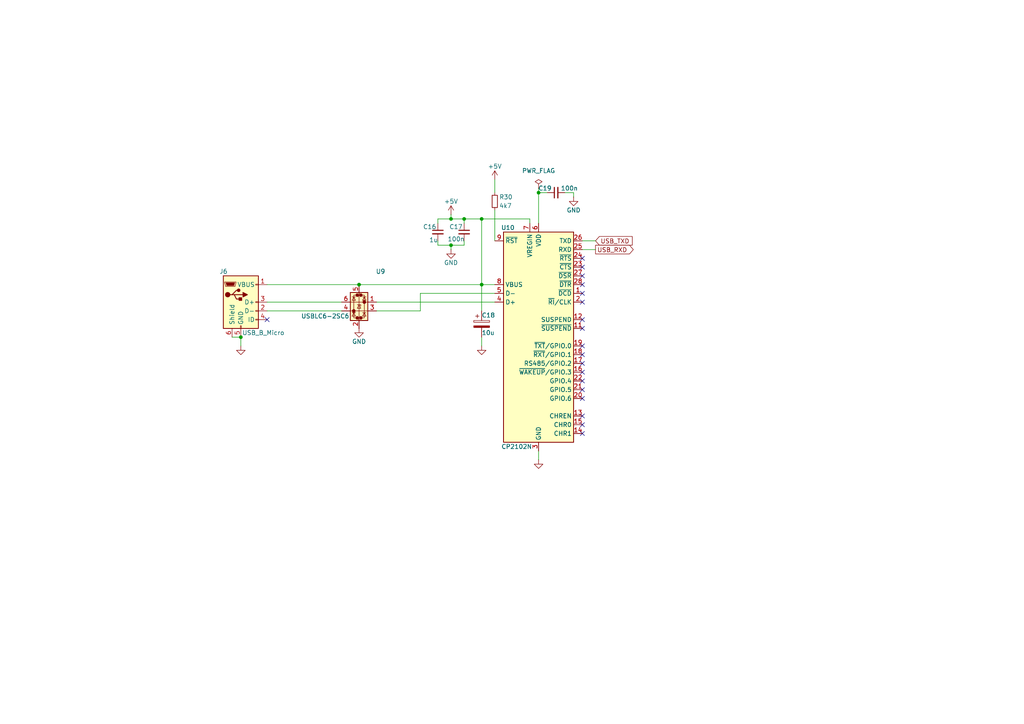
<source format=kicad_sch>
(kicad_sch (version 20250114) (generator "eeschema") (generator_version "9.0")
  (paper "A4")
  (title_block (title "Logic IC tester / USB bus") (date "2025-04-16") (rev "3.0") (company "https://mera400.pl"))
  (lib_symbols
    (symbol "Connector:USB_B_Micro" (pin_names (offset 1.016))
      (property "Reference" "J" (at -5.08 11.43 0))
      (property "Value" "USB_B_Micro" (at -5.08 8.89 0))
      (symbol "USB_B_Micro_0_1"
        (rectangle (start -5.08 -7.62) (end 5.08 7.62) (stroke (width 0.254)) (fill (type background)))
        (polyline (pts (xy -4.699 5.842) (xy -4.699 5.588) (xy -4.445 4.826) (xy -4.445 4.572) (xy -1.651 4.572) (xy -1.651 4.826) (xy -1.397 5.588) (xy -1.397 5.842) (xy -4.699 5.842)))
        (polyline (pts (xy -4.318 5.588) (xy -1.778 5.588) (xy -2.032 4.826) (xy -4.064 4.826) (xy -4.318 5.588)) (fill (type outline)))
        (circle (center -3.81 2.159) (radius 0.635) (stroke (width 0.254)) (fill (type outline)))
        (polyline (pts (xy -3.175 2.159) (xy -2.54 2.159) (xy -1.27 3.429) (xy -0.635 3.429)) (stroke (width 0.254)))
        (polyline (pts (xy -2.54 2.159) (xy -1.905 2.159) (xy -1.27 0.889) (xy 0 0.889)) (stroke (width 0.254)))
        (polyline (pts (xy -1.905 2.159) (xy 0.635 2.159)) (stroke (width 0.254)))
        (circle (center -0.635 3.429) (radius 0.381) (stroke (width 0.254)) (fill (type outline)))
        (rectangle (start -0.127 -7.62) (end 0.127 -6.858))
        (rectangle (start 0.254 1.27) (end -0.508 0.508) (stroke (width 0.254)) (fill (type outline)))
        (polyline (pts (xy 0.635 2.794) (xy 0.635 1.524) (xy 1.905 2.159) (xy 0.635 2.794)) (stroke (width 0.254)) (fill (type outline)))
        (rectangle (start 5.08 4.953) (end 4.318 5.207))
        (rectangle (start 5.08 -0.127) (end 4.318 0.127))
        (rectangle (start 5.08 -2.667) (end 4.318 -2.413))
        (rectangle (start 5.08 -5.207) (end 4.318 -4.953))
      )
      (symbol "USB_B_Micro_1_1"
        (pin passive line (at -2.54 -10.16 90) (length 2.54) (name "Shield") (number "6"))
        (pin power_out line (at 0 -10.16 90) (length 2.54) (name "GND") (number "5"))
        (pin power_out line (at 7.62 5.08 180) (length 2.54) (name "VBUS") (number "1"))
        (pin bidirectional line (at 7.62 0 180) (length 2.54) (name "D+") (number "3"))
        (pin bidirectional line (at 7.62 -2.54 180) (length 2.54) (name "D-") (number "2"))
        (pin passive line (at 7.62 -5.08 180) (length 2.54) (name "ID") (number "4"))
      )
    )
    (symbol "Device:C_Polarized" (pin_numbers (hide yes)) (pin_names (offset 0.254))
      (property "Reference" "C" (at 0.635 2.54 0))
      (property "Value" "C_Polarized" (at 0.635 -2.54 0))
      (symbol "C_Polarized_0_1"
        (rectangle (start -2.286 0.508) (end 2.286 1.016))
        (polyline (pts (xy -1.778 2.286) (xy -0.762 2.286)))
        (polyline (pts (xy -1.27 2.794) (xy -1.27 1.778)))
        (rectangle (start 2.286 -0.508) (end -2.286 -1.016) (fill (type outline)))
      )
      (symbol "C_Polarized_1_1"
        (pin passive line (at 0 3.81 270) (length 2.794) (name "~") (number "1"))
        (pin passive line (at 0 -3.81 90) (length 2.794) (name "~") (number "2"))
      )
    )
    (symbol "Device:C_Small" (pin_numbers (hide yes)) (pin_names (offset 0.254) (hide yes))
      (property "Reference" "C" (at 0.254 1.778 0))
      (property "Value" "C_Small" (at 0.254 -2.032 0))
      (symbol "C_Small_0_1"
        (polyline (pts (xy -1.524 0.508) (xy 1.524 0.508)) (stroke (width 0.3048)))
        (polyline (pts (xy -1.524 -0.508) (xy 1.524 -0.508)) (stroke (width 0.3302)))
      )
      (symbol "C_Small_1_1"
        (pin passive line (at 0 2.54 270) (length 2.032) (name "~") (number "1"))
        (pin passive line (at 0 -2.54 90) (length 2.032) (name "~") (number "2"))
      )
    )
    (symbol "Device:R_Small" (pin_numbers (hide yes)) (pin_names (offset 0.254) (hide yes))
      (property "Reference" "R" (at 0.762 0.508 0))
      (property "Value" "R_Small" (at 0.762 -1.016 0))
      (symbol "R_Small_0_1"
        (rectangle (start -0.762 1.778) (end 0.762 -1.778) (stroke (width 0.2032)))
      )
      (symbol "R_Small_1_1"
        (pin passive line (at 0 2.54 270) (length 0.762) (name "~") (number "1"))
        (pin passive line (at 0 -2.54 90) (length 0.762) (name "~") (number "2"))
      )
    )
    (symbol "Interface_USB:CP2102N-Axx-xQFN28"
      (property "Reference" "U" (at -8.89 31.75 0))
      (property "Value" "CP2102N-Axx-xQFN28" (at 12.7 31.75 0))
      (symbol "CP2102N-Axx-xQFN28_0_1"
        (rectangle (start -10.16 30.48) (end 10.16 -30.48) (stroke (width 0.254)) (fill (type background)))
      )
      (symbol "CP2102N-Axx-xQFN28_1_1"
        (pin input line (at -12.7 27.94 0) (length 2.54) (name "~{RST}") (number "9"))
        (pin input line (at -12.7 15.24 0) (length 2.54) (name "VBUS") (number "8"))
        (pin bidirectional line (at -12.7 12.7 0) (length 2.54) (name "D-") (number "5"))
        (pin bidirectional line (at -12.7 10.16 0) (length 2.54) (name "D+") (number "4"))
        (pin no_connect line (at -10.16 -27.94 0) (length 2.54) (hide yes) (name "NC") (number "10"))
        (pin power_in line (at -2.54 33.02 270) (length 2.54) (name "VREGIN") (number "7"))
        (pin power_in line (at 0 33.02 270) (length 2.54) (name "VDD") (number "6"))
        (pin passive line (at 0 -33.02 90) (length 2.54) (hide yes) (name "GND") (number "29"))
        (pin power_in line (at 0 -33.02 90) (length 2.54) (name "GND") (number "3"))
        (pin output line (at 12.7 27.94 180) (length 2.54) (name "TXD") (number "26"))
        (pin input line (at 12.7 25.4 180) (length 2.54) (name "RXD") (number "25"))
        (pin output line (at 12.7 22.86 180) (length 2.54) (name "~{RTS}") (number "24"))
        (pin input line (at 12.7 20.32 180) (length 2.54) (name "~{CTS}") (number "23"))
        (pin input line (at 12.7 17.78 180) (length 2.54) (name "~{DSR}") (number "27"))
        (pin output line (at 12.7 15.24 180) (length 2.54) (name "~{DTR}") (number "28"))
        (pin input line (at 12.7 12.7 180) (length 2.54) (name "~{DCD}") (number "1"))
        (pin bidirectional line (at 12.7 10.16 180) (length 2.54) (name "~{RI}/CLK") (number "2"))
        (pin output line (at 12.7 5.08 180) (length 2.54) (name "SUSPEND") (number "12"))
        (pin output line (at 12.7 2.54 180) (length 2.54) (name "~{SUSPEND}") (number "11"))
        (pin bidirectional line (at 12.7 -2.54 180) (length 2.54) (name "~{TXT}/GPIO.0") (number "19"))
        (pin bidirectional line (at 12.7 -5.08 180) (length 2.54) (name "~{RXT}/GPIO.1") (number "18"))
        (pin bidirectional line (at 12.7 -7.62 180) (length 2.54) (name "RS485/GPIO.2") (number "17"))
        (pin bidirectional line (at 12.7 -10.16 180) (length 2.54) (name "~{WAKEUP}/GPIO.3") (number "16"))
        (pin bidirectional line (at 12.7 -12.7 180) (length 2.54) (name "GPIO.4") (number "22"))
        (pin bidirectional line (at 12.7 -15.24 180) (length 2.54) (name "GPIO.5") (number "21"))
        (pin bidirectional line (at 12.7 -17.78 180) (length 2.54) (name "GPIO.6") (number "20"))
        (pin output line (at 12.7 -22.86 180) (length 2.54) (name "CHREN") (number "13"))
        (pin output line (at 12.7 -25.4 180) (length 2.54) (name "CHR0") (number "15"))
        (pin output line (at 12.7 -27.94 180) (length 2.54) (name "CHR1") (number "14"))
      )
    )
    (symbol "Power_Protection:USBLC6-2SC6" (pin_names (hide yes))
      (property "Reference" "U" (at 0.635 5.715 0))
      (property "Value" "USBLC6-2SC6" (at 0.635 3.81 0))
      (symbol "USBLC6-2SC6_0_0"
        (circle (center -1.524 0) (radius 0.0001) (stroke (width 0.508)))
        (circle (center -0.508 2.032) (radius 0.0001) (stroke (width 0.508)))
        (circle (center -0.508 -4.572) (radius 0.0001) (stroke (width 0.508)))
        (circle (center 0.508 2.032) (radius 0.0001) (stroke (width 0.508)))
        (circle (center 0.508 -4.572) (radius 0.0001) (stroke (width 0.508)))
        (circle (center 1.524 -2.54) (radius 0.0001) (stroke (width 0.508)))
      )
      (symbol "USBLC6-2SC6_0_1"
        (polyline (pts (xy -2.54 0) (xy 2.54 0)))
        (polyline (pts (xy -2.54 -2.54) (xy 2.54 -2.54)))
        (polyline (pts (xy -2.032 0.508) (xy -1.016 0.508) (xy -1.524 1.524) (xy -2.032 0.508)))
        (polyline (pts (xy -2.032 -3.048) (xy -1.016 -3.048)))
        (polyline (pts (xy -1.016 1.524) (xy -2.032 1.524)))
        (polyline (pts (xy -1.016 -4.064) (xy -2.032 -4.064) (xy -1.524 -3.048) (xy -1.016 -4.064)))
        (polyline (pts (xy -0.508 -1.143) (xy -0.508 -0.762) (xy 0.508 -0.762)))
        (polyline (pts (xy 0 2.54) (xy -0.508 2.032) (xy 0.508 2.032) (xy 0 1.524) (xy 0 -4.064) (xy -0.508 -4.572) (xy 0.508 -4.572) (xy 0 -5.08)))
        (polyline (pts (xy 0.508 -1.778) (xy -0.508 -1.778) (xy 0 -0.762) (xy 0.508 -1.778)))
        (polyline (pts (xy 1.016 1.524) (xy 2.032 1.524)))
        (polyline (pts (xy 1.016 -3.048) (xy 2.032 -3.048)))
        (polyline (pts (xy 2.032 0.508) (xy 1.016 0.508) (xy 1.524 1.524) (xy 2.032 0.508)))
        (polyline (pts (xy 2.032 -4.064) (xy 1.016 -4.064) (xy 1.524 -3.048) (xy 2.032 -4.064)))
      )
      (symbol "USBLC6-2SC6_1_1"
        (rectangle (start -2.54 2.794) (end 2.54 -5.334) (stroke (width 0.254)) (fill (type background)))
        (polyline (pts (xy -0.508 2.032) (xy -1.524 2.032) (xy -1.524 -4.572) (xy -0.508 -4.572)))
        (polyline (pts (xy 0.508 -4.572) (xy 1.524 -4.572) (xy 1.524 2.032) (xy 0.508 2.032)))
        (pin passive line (at -5.08 0 0) (length 2.54) (name "I/O1") (number "1"))
        (pin passive line (at -5.08 -2.54 0) (length 2.54) (name "I/O2") (number "3"))
        (pin passive line (at 0 5.08 270) (length 2.54) (name "VBUS") (number "5"))
        (pin passive line (at 0 -7.62 90) (length 2.54) (name "GND") (number "2"))
        (pin passive line (at 5.08 0 180) (length 2.54) (name "I/O1") (number "6"))
        (pin passive line (at 5.08 -2.54 180) (length 2.54) (name "I/O2") (number "4"))
      )
    )
    (symbol "power:+5V" (power) (pin_numbers (hide yes)) (pin_names (offset 0) (hide yes))
      (property "Value" "+5V" (at 0 3.556 0))
      (symbol "+5V_0_1"
        (polyline (pts (xy -0.762 1.27) (xy 0 2.54)))
        (polyline (pts (xy 0 2.54) (xy 0.762 1.27)))
        (polyline (pts (xy 0 0) (xy 0 2.54)))
      )
      (symbol "+5V_1_1"
        (pin power_in line (at 0 0 90) (length 0) (name "~") (number "1"))
      )
    )
    (symbol "power:GND" (power) (pin_numbers (hide yes)) (pin_names (offset 0) (hide yes))
      (property "Value" "GND" (at 0 -3.81 0))
      (symbol "GND_0_1"
        (polyline (pts (xy 0 0) (xy 0 -1.27) (xy 1.27 -1.27) (xy 0 -2.54) (xy -1.27 -1.27) (xy 0 -1.27)))
      )
      (symbol "GND_1_1"
        (pin power_in line (at 0 0 270) (length 0) (name "~") (number "1"))
      )
    )
    (symbol "power:PWR_FLAG" (power) (pin_numbers (hide yes)) (pin_names (offset 0) (hide yes))
      (property "Value" "PWR_FLAG" (at 0 3.81 0))
      (symbol "PWR_FLAG_0_0"
        (pin power_out line (at 0 0 90) (length 0) (name "~") (number "1"))
      )
      (symbol "PWR_FLAG_0_1"
        (polyline (pts (xy 0 0) (xy 0 1.27) (xy -1.016 1.905) (xy 0 2.54) (xy 1.016 1.905) (xy 0 1.27)))
      )
    )
  )
  (junction (at 104.14 82.55))
  (junction (at 130.81 63.5))
  (junction (at 134.62 63.5))
  (junction (at 139.7 63.5))
  (junction (at 130.81 71.12))
  (junction (at 69.85 97.79))
  (junction (at 156.21 55.88))
  (junction (at 139.7 82.55))
  (no_connect (at 168.91 82.55))
  (no_connect (at 168.91 87.63))
  (no_connect (at 168.91 115.57))
  (no_connect (at 168.91 105.41))
  (no_connect (at 168.91 113.03))
  (no_connect (at 168.91 100.33))
  (no_connect (at 168.91 107.95))
  (no_connect (at 77.47 92.71))
  (no_connect (at 168.91 95.25))
  (no_connect (at 168.91 110.49))
  (no_connect (at 168.91 74.93))
  (no_connect (at 168.91 123.19))
  (no_connect (at 168.91 85.09))
  (no_connect (at 168.91 125.73))
  (no_connect (at 168.91 92.71))
  (no_connect (at 168.91 102.87))
  (no_connect (at 168.91 120.65))
  (no_connect (at 168.91 77.47))
  (no_connect (at 168.91 80.01))
  (wire (pts (xy 130.81 71.12) (xy 134.62 71.12)))
  (wire (pts (xy 127 69.85) (xy 127 71.12)))
  (wire (pts (xy 127 64.77) (xy 127 63.5)))
  (wire (pts (xy 143.51 85.09) (xy 121.92 85.09)))
  (wire (pts (xy 156.21 133.35) (xy 156.21 130.81)))
  (wire (pts (xy 121.92 85.09) (xy 121.92 90.17)))
  (wire (pts (xy 134.62 63.5) (xy 134.62 64.77)))
  (wire (pts (xy 168.91 69.85) (xy 172.72 69.85)))
  (wire (pts (xy 139.7 97.79) (xy 139.7 100.33)))
  (wire (pts (xy 156.21 55.88) (xy 156.21 64.77)))
  (wire (pts (xy 127 63.5) (xy 130.81 63.5)))
  (wire (pts (xy 77.47 90.17) (xy 99.06 90.17)))
  (wire (pts (xy 77.47 87.63) (xy 99.06 87.63)))
  (wire (pts (xy 69.85 97.79) (xy 69.85 100.33)))
  (wire (pts (xy 158.75 55.88) (xy 156.21 55.88)))
  (wire (pts (xy 77.47 82.55) (xy 104.14 82.55)))
  (wire (pts (xy 139.7 82.55) (xy 139.7 90.17)))
  (wire (pts (xy 143.51 52.07) (xy 143.51 55.88)))
  (wire (pts (xy 109.22 90.17) (xy 121.92 90.17)))
  (wire (pts (xy 134.62 63.5) (xy 139.7 63.5)))
  (wire (pts (xy 139.7 82.55) (xy 143.51 82.55)))
  (wire (pts (xy 130.81 62.23) (xy 130.81 63.5)))
  (wire (pts (xy 134.62 71.12) (xy 134.62 69.85)))
  (wire (pts (xy 156.21 54.61) (xy 156.21 55.88)))
  (wire (pts (xy 153.67 63.5) (xy 139.7 63.5)))
  (wire (pts (xy 109.22 87.63) (xy 143.51 87.63)))
  (wire (pts (xy 130.81 71.12) (xy 130.81 72.39)))
  (wire (pts (xy 104.14 82.55) (xy 139.7 82.55)))
  (wire (pts (xy 143.51 60.96) (xy 143.51 69.85)))
  (wire (pts (xy 67.31 97.79) (xy 69.85 97.79)))
  (wire (pts (xy 163.83 55.88) (xy 166.37 55.88)))
  (wire (pts (xy 127 71.12) (xy 130.81 71.12)))
  (wire (pts (xy 153.67 63.5) (xy 153.67 64.77)))
  (wire (pts (xy 139.7 63.5) (xy 139.7 82.55)))
  (wire (pts (xy 168.91 72.39) (xy 172.72 72.39)))
  (wire (pts (xy 130.81 63.5) (xy 134.62 63.5)))
  (wire (pts (xy 166.37 55.88) (xy 166.37 57.15)))
  (global_label "USB_RXD" (shape output) (at 172.72 72.39 0) (property "Intersheetrefs" "${INTERSHEET_REFS}" (effects (hide yes))))
  (global_label "USB_TXD" (shape input) (at 172.72 69.85 0) (property "Intersheetrefs" "${INTERSHEET_REFS}" (effects (hide yes))))
  (symbol (lib_id "power:GND") (at 139.7 100.33 0) (unit 1)
    (property "Reference" "#PWR066" (effects (hide yes)))
    (property "Value" "GND" (effects (hide yes)))
    (property "Description" "Power symbol creates a global label with name \"GND\" , ground" (effects (hide yes)))
  )
  (symbol (lib_id "power:GND") (at 69.85 100.33 0) (unit 1)
    (property "Reference" "#PWR062" (effects (hide yes)))
    (property "Value" "GND" (effects (hide yes)))
    (property "Description" "Power symbol creates a global label with name \"GND\" , ground" (effects (hide yes)))
  )
  (symbol (lib_id "power:GND") (at 156.21 133.35 0) (unit 1)
    (property "Reference" "#PWR068" (effects (hide yes)))
    (property "Value" "GND" (effects (hide yes)))
    (property "Description" "Power symbol creates a global label with name \"GND\" , ground" (effects (hide yes)))
  )
  (symbol (lib_id "power:GND") (at 104.14 95.25 0) (unit 1)
    (property "Reference" "#PWR063" (effects (hide yes)))
    (property "Value" "GND" (at 104.14 99.06 0))
    (property "Description" "Power symbol creates a global label with name \"GND\" , ground" (effects (hide yes)))
  )
  (symbol (lib_id "Device:C_Small") (at 134.62 67.31 0) (unit 1)
    (property "Reference" "C17" (at 130.302 65.786 0) (effects (justify left)))
    (property "Value" "100n" (at 129.794 69.342 0) (effects (justify left)))
    (property "Footprint" "Capacitor_SMD:C_0805_2012Metric_Pad1.18x1.45mm_HandSolder" (effects (hide yes)))
    (property "Description" "Unpolarized capacitor, small symbol" (effects (hide yes)))
  )
  (symbol (lib_id "Device:C_Small") (at 127 67.31 0) (unit 1)
    (property "Reference" "C16" (at 122.682 65.786 0) (effects (justify left)))
    (property "Value" "1u" (at 124.46 69.596 0) (effects (justify left)))
    (property "Footprint" "Capacitor_SMD:C_0805_2012Metric_Pad1.18x1.45mm_HandSolder" (effects (hide yes)))
    (property "Description" "Unpolarized capacitor, small symbol" (effects (hide yes)))
  )
  (symbol (lib_id "Connector:USB_B_Micro") (at 69.85 87.63 0) (unit 1)
    (property "Reference" "J6" (at 66.04 78.74 0) (effects (justify right)))
    (property "Value" "USB_B_Micro" (at 82.55 96.52 0) (effects (justify right)))
    (property "Footprint" "Connector_USB:USB_Micro-B_Amphenol_10118193-0001LF_Horizontal" (effects (hide yes)))
    (property "Description" "USB Micro Type B connector" (effects (hide yes)))
  )
  (symbol (lib_id "power:+5V") (at 143.51 52.07 0) (unit 1)
    (property "Reference" "#PWR067" (effects (hide yes)))
    (property "Value" "+5V" (at 141.478 48.26 0) (effects (justify left)))
    (property "Description" "Power symbol creates a global label with name \"+5V\"" (effects (hide yes)))
  )
  (symbol (lib_id "Device:C_Polarized") (at 139.7 93.98 0) (unit 1)
    (property "Reference" "C18" (at 139.7 91.44 0) (effects (justify left)))
    (property "Value" "10u" (at 139.7 96.52 0) (effects (justify left)))
    (property "Footprint" "Capacitor_Tantalum_SMD:CP_EIA-3528-21_Kemet-B_Pad1.50x2.35mm_HandSolder" (effects (hide yes)))
    (property "Description" "Polarized capacitor" (effects (hide yes)))
  )
  (symbol (lib_id "Power_Protection:USBLC6-2SC6") (at 104.14 87.63 0) (mirror y) (unit 1)
    (property "Reference" "U9" (at 111.76 78.74 0) (effects (justify left)))
    (property "Value" "USBLC6-2SC6" (at 101.346 91.694 0) (effects (justify left)))
    (property "Footprint" "Package_TO_SOT_SMD:SOT-23-6" (effects (hide yes)))
    (property "Datasheet" "https://www.st.com/resource/en/datasheet/usblc6-2.pdf" (effects (hide yes)))
    (property "Description" "Very low capacitance ESD protection diode, 2 data-line, SOT-23-6" (effects (hide yes)))
  )
  (symbol (lib_id "power:GND") (at 130.81 72.39 0) (unit 1)
    (property "Reference" "#PWR065" (effects (hide yes)))
    (property "Value" "GND" (at 130.81 76.2 0))
    (property "Description" "Power symbol creates a global label with name \"GND\" , ground" (effects (hide yes)))
  )
  (symbol (lib_id "Device:R_Small") (at 143.51 58.42 0) (unit 1)
    (property "Reference" "R30" (at 144.78 57.15 0) (effects (justify left)))
    (property "Value" "4k7" (at 144.78 59.69 0) (effects (justify left)))
    (property "Footprint" "Resistor_SMD:R_0805_2012Metric_Pad1.20x1.40mm_HandSolder" (effects (hide yes)))
    (property "Description" "Resistor, small symbol" (effects (hide yes)))
  )
  (symbol (lib_id "Interface_USB:CP2102N-Axx-xQFN28") (at 156.21 97.79 0) (unit 1)
    (property "Reference" "U10" (at 147.32 66.04 0))
    (property "Value" "CP2102N" (at 149.86 129.54 0))
    (property "Footprint" "Package_DFN_QFN:QFN-28-1EP_5x5mm_P0.5mm_EP3.35x3.35mm" (effects (hide yes)))
    (property "Datasheet" "https://www.silabs.com/documents/public/data-sheets/cp2102n-datasheet.pdf" (effects (hide yes)))
    (property "Description" "USB to UART master bridge, QFN-28" (effects (hide yes)))
  )
  (symbol (lib_id "power:+5V") (at 130.81 62.23 0) (unit 1)
    (property "Reference" "#PWR064" (effects (hide yes)))
    (property "Value" "+5V" (at 128.778 58.42 0) (effects (justify left)))
    (property "Description" "Power symbol creates a global label with name \"+5V\"" (effects (hide yes)))
  )
  (symbol (lib_id "power:PWR_FLAG") (at 156.21 54.61 0) (unit 1)
    (property "Reference" "#FLG01" (effects (hide yes)))
    (property "Value" "PWR_FLAG" (at 156.21 49.53 0))
    (property "Description" "Special symbol for telling ERC where power comes from" (effects (hide yes)))
  )
  (symbol (lib_id "power:GND") (at 166.37 57.15 0) (unit 1)
    (property "Reference" "#PWR069" (effects (hide yes)))
    (property "Value" "GND" (at 166.37 60.96 0))
    (property "Description" "Power symbol creates a global label with name \"GND\" , ground" (effects (hide yes)))
  )
  (symbol (lib_id "Device:C_Small") (at 161.29 55.88 90) (unit 1)
    (property "Reference" "C19" (at 160.02 54.61 90) (effects (justify left)))
    (property "Value" "100n" (at 167.64 54.61 90) (effects (justify left)))
    (property "Footprint" "Capacitor_SMD:C_0805_2012Metric_Pad1.18x1.45mm_HandSolder" (effects (hide yes)))
    (property "Description" "Unpolarized capacitor, small symbol" (effects (hide yes)))
  )
)
</source>
